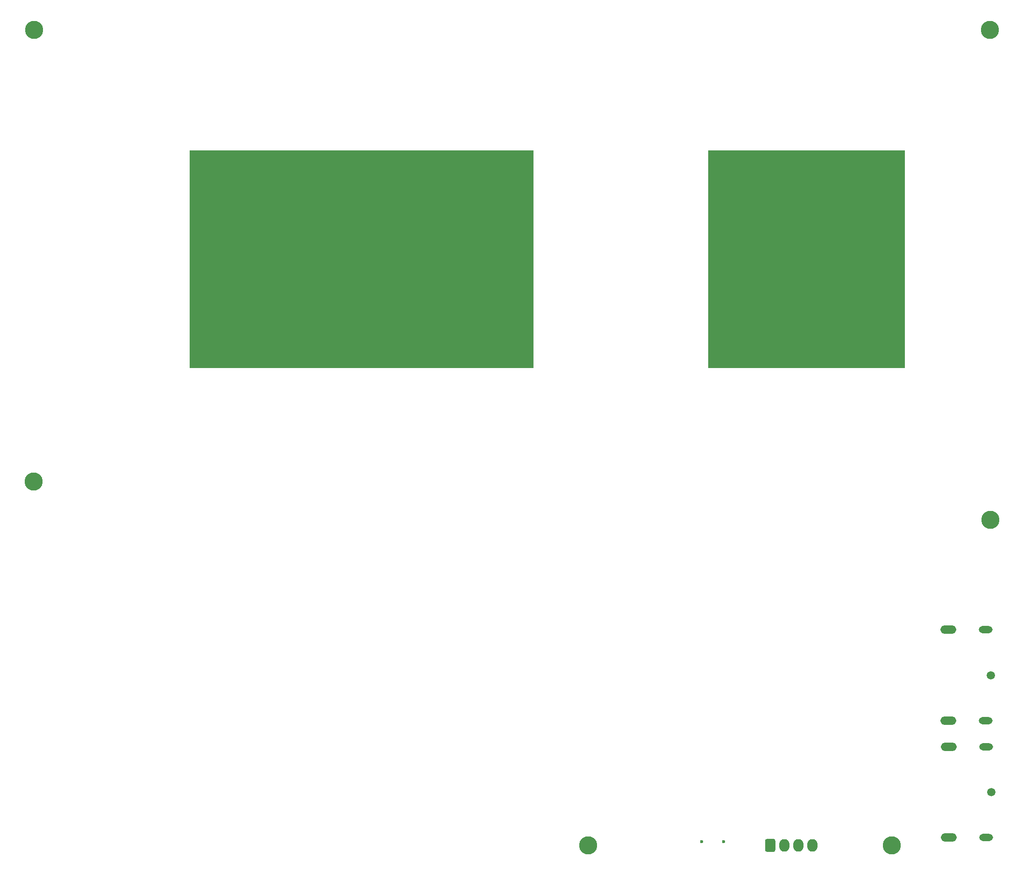
<source format=gbr>
%TF.GenerationSoftware,KiCad,Pcbnew,(5.1.12)-1*%
%TF.CreationDate,2021-11-28T23:41:53-06:00*%
%TF.ProjectId,DRV8350S_Double,44525638-3335-4305-935f-446f75626c65,rev?*%
%TF.SameCoordinates,Original*%
%TF.FileFunction,Soldermask,Bot*%
%TF.FilePolarity,Negative*%
%FSLAX46Y46*%
G04 Gerber Fmt 4.6, Leading zero omitted, Abs format (unit mm)*
G04 Created by KiCad (PCBNEW (5.1.12)-1) date 2021-11-28 23:41:53*
%MOMM*%
%LPD*%
G01*
G04 APERTURE LIST*
%ADD10C,0.100000*%
%ADD11O,2.900000X1.500000*%
%ADD12O,2.500000X1.300000*%
%ADD13C,1.500000*%
%ADD14C,3.300000*%
%ADD15C,0.600000*%
%ADD16O,1.840000X2.300000*%
G04 APERTURE END LIST*
D10*
G36*
X187071000Y-75438000D02*
G01*
X178943000Y-75438000D01*
X178943000Y-66294000D01*
X187071000Y-66294000D01*
X187071000Y-75438000D01*
G37*
X187071000Y-75438000D02*
X178943000Y-75438000D01*
X178943000Y-66294000D01*
X187071000Y-66294000D01*
X187071000Y-75438000D01*
G36*
X194310000Y-80010000D02*
G01*
X158750000Y-80010000D01*
X158750000Y-40640000D01*
X194310000Y-40640000D01*
X194310000Y-80010000D01*
G37*
X194310000Y-80010000D02*
X158750000Y-80010000D01*
X158750000Y-40640000D01*
X194310000Y-40640000D01*
X194310000Y-80010000D01*
G36*
X172339000Y-54483000D02*
G01*
X164211000Y-54483000D01*
X164211000Y-45339000D01*
X172339000Y-45339000D01*
X172339000Y-54483000D01*
G37*
X172339000Y-54483000D02*
X164211000Y-54483000D01*
X164211000Y-45339000D01*
X172339000Y-45339000D01*
X172339000Y-54483000D01*
G36*
X187579000Y-54483000D02*
G01*
X179451000Y-54483000D01*
X179451000Y-45339000D01*
X187579000Y-45339000D01*
X187579000Y-54483000D01*
G37*
X187579000Y-54483000D02*
X179451000Y-54483000D01*
X179451000Y-45339000D01*
X187579000Y-45339000D01*
X187579000Y-54483000D01*
G36*
X104902000Y-54610000D02*
G01*
X96774000Y-54610000D01*
X96774000Y-45466000D01*
X104902000Y-45466000D01*
X104902000Y-54610000D01*
G37*
X104902000Y-54610000D02*
X96774000Y-54610000D01*
X96774000Y-45466000D01*
X104902000Y-45466000D01*
X104902000Y-54610000D01*
G36*
X120142000Y-54102000D02*
G01*
X112014000Y-54102000D01*
X112014000Y-44958000D01*
X120142000Y-44958000D01*
X120142000Y-54102000D01*
G37*
X120142000Y-54102000D02*
X112014000Y-54102000D01*
X112014000Y-44958000D01*
X120142000Y-44958000D01*
X120142000Y-54102000D01*
G36*
X104902000Y-75692000D02*
G01*
X96774000Y-75692000D01*
X96774000Y-66548000D01*
X104902000Y-66548000D01*
X104902000Y-75692000D01*
G37*
X104902000Y-75692000D02*
X96774000Y-75692000D01*
X96774000Y-66548000D01*
X104902000Y-66548000D01*
X104902000Y-75692000D01*
G36*
X120142000Y-75692000D02*
G01*
X112014000Y-75692000D01*
X112014000Y-66548000D01*
X120142000Y-66548000D01*
X120142000Y-75692000D01*
G37*
X120142000Y-75692000D02*
X112014000Y-75692000D01*
X112014000Y-66548000D01*
X120142000Y-66548000D01*
X120142000Y-75692000D01*
G36*
X127000000Y-80010000D02*
G01*
X64770000Y-80010000D01*
X64770000Y-40640000D01*
X127000000Y-40640000D01*
X127000000Y-80010000D01*
G37*
X127000000Y-80010000D02*
X64770000Y-80010000D01*
X64770000Y-40640000D01*
X127000000Y-40640000D01*
X127000000Y-80010000D01*
G36*
X95123000Y-54356000D02*
G01*
X86995000Y-54356000D01*
X86995000Y-45212000D01*
X95123000Y-45212000D01*
X95123000Y-54356000D01*
G37*
X95123000Y-54356000D02*
X86995000Y-54356000D01*
X86995000Y-45212000D01*
X95123000Y-45212000D01*
X95123000Y-54356000D01*
G36*
X95123000Y-75692000D02*
G01*
X86995000Y-75692000D01*
X86995000Y-66548000D01*
X95123000Y-66548000D01*
X95123000Y-75692000D01*
G37*
X95123000Y-75692000D02*
X86995000Y-75692000D01*
X86995000Y-66548000D01*
X95123000Y-66548000D01*
X95123000Y-75692000D01*
G36*
X79883000Y-75692000D02*
G01*
X71755000Y-75692000D01*
X71755000Y-66548000D01*
X79883000Y-66548000D01*
X79883000Y-75692000D01*
G37*
X79883000Y-75692000D02*
X71755000Y-75692000D01*
X71755000Y-66548000D01*
X79883000Y-66548000D01*
X79883000Y-75692000D01*
D11*
%TO.C,J9*%
X202389000Y-165217000D03*
D12*
X209169000Y-165217000D03*
D13*
X210069000Y-156967000D03*
D11*
X202389000Y-148717000D03*
D12*
X209169000Y-148717000D03*
%TD*%
D11*
%TO.C,J4*%
X202273000Y-144013000D03*
D12*
X209053000Y-144013000D03*
D13*
X209953000Y-135763000D03*
D11*
X202273000Y-127513000D03*
D12*
X209053000Y-127513000D03*
%TD*%
D14*
%TO.C,H10*%
X137033000Y-166624000D03*
%TD*%
%TO.C,H9*%
X209931000Y-107569000D03*
%TD*%
D15*
%TO.C,J1*%
X157575500Y-165904000D03*
X161575500Y-165904000D03*
%TD*%
D14*
%TO.C,H8*%
X209804000Y-18796000D03*
%TD*%
%TO.C,H7*%
X36474400Y-100685600D03*
%TD*%
%TO.C,H6*%
X36576000Y-18796000D03*
%TD*%
D16*
%TO.C,J3*%
X177609500Y-166624000D03*
X175069500Y-166624000D03*
X172529500Y-166624000D03*
G36*
G01*
X169069500Y-167509634D02*
X169069500Y-165738366D01*
G75*
G02*
X169333866Y-165474000I264366J0D01*
G01*
X170645134Y-165474000D01*
G75*
G02*
X170909500Y-165738366I0J-264366D01*
G01*
X170909500Y-167509634D01*
G75*
G02*
X170645134Y-167774000I-264366J0D01*
G01*
X169333866Y-167774000D01*
G75*
G02*
X169069500Y-167509634I0J264366D01*
G01*
G37*
%TD*%
D14*
%TO.C,H1*%
X192024000Y-166624000D03*
%TD*%
M02*

</source>
